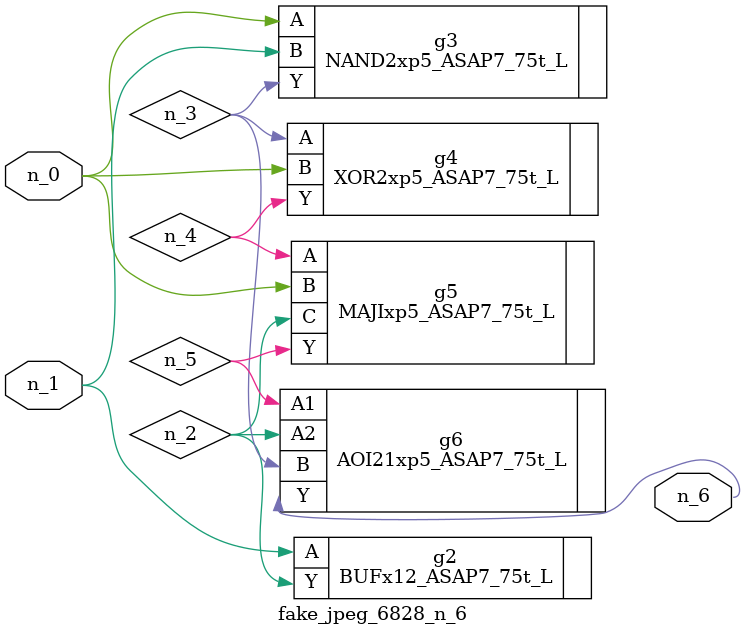
<source format=v>
module fake_jpeg_6828_n_6 (n_0, n_1, n_6);

input n_0;
input n_1;

output n_6;

wire n_2;
wire n_3;
wire n_4;
wire n_5;

BUFx12_ASAP7_75t_L g2 ( 
.A(n_1),
.Y(n_2)
);

NAND2xp5_ASAP7_75t_L g3 ( 
.A(n_0),
.B(n_1),
.Y(n_3)
);

XOR2xp5_ASAP7_75t_L g4 ( 
.A(n_3),
.B(n_0),
.Y(n_4)
);

MAJIxp5_ASAP7_75t_L g5 ( 
.A(n_4),
.B(n_0),
.C(n_2),
.Y(n_5)
);

AOI21xp5_ASAP7_75t_L g6 ( 
.A1(n_5),
.A2(n_2),
.B(n_3),
.Y(n_6)
);


endmodule
</source>
